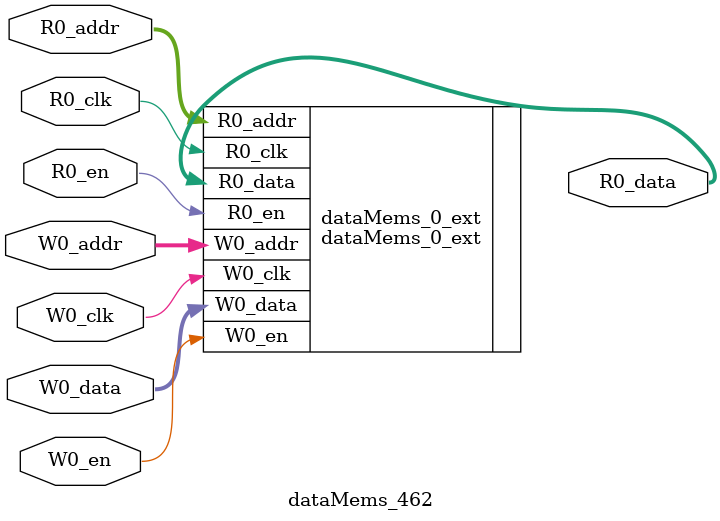
<source format=sv>
`ifndef RANDOMIZE
  `ifdef RANDOMIZE_REG_INIT
    `define RANDOMIZE
  `endif // RANDOMIZE_REG_INIT
`endif // not def RANDOMIZE
`ifndef RANDOMIZE
  `ifdef RANDOMIZE_MEM_INIT
    `define RANDOMIZE
  `endif // RANDOMIZE_MEM_INIT
`endif // not def RANDOMIZE

`ifndef RANDOM
  `define RANDOM $random
`endif // not def RANDOM

// Users can define 'PRINTF_COND' to add an extra gate to prints.
`ifndef PRINTF_COND_
  `ifdef PRINTF_COND
    `define PRINTF_COND_ (`PRINTF_COND)
  `else  // PRINTF_COND
    `define PRINTF_COND_ 1
  `endif // PRINTF_COND
`endif // not def PRINTF_COND_

// Users can define 'ASSERT_VERBOSE_COND' to add an extra gate to assert error printing.
`ifndef ASSERT_VERBOSE_COND_
  `ifdef ASSERT_VERBOSE_COND
    `define ASSERT_VERBOSE_COND_ (`ASSERT_VERBOSE_COND)
  `else  // ASSERT_VERBOSE_COND
    `define ASSERT_VERBOSE_COND_ 1
  `endif // ASSERT_VERBOSE_COND
`endif // not def ASSERT_VERBOSE_COND_

// Users can define 'STOP_COND' to add an extra gate to stop conditions.
`ifndef STOP_COND_
  `ifdef STOP_COND
    `define STOP_COND_ (`STOP_COND)
  `else  // STOP_COND
    `define STOP_COND_ 1
  `endif // STOP_COND
`endif // not def STOP_COND_

// Users can define INIT_RANDOM as general code that gets injected into the
// initializer block for modules with registers.
`ifndef INIT_RANDOM
  `define INIT_RANDOM
`endif // not def INIT_RANDOM

// If using random initialization, you can also define RANDOMIZE_DELAY to
// customize the delay used, otherwise 0.002 is used.
`ifndef RANDOMIZE_DELAY
  `define RANDOMIZE_DELAY 0.002
`endif // not def RANDOMIZE_DELAY

// Define INIT_RANDOM_PROLOG_ for use in our modules below.
`ifndef INIT_RANDOM_PROLOG_
  `ifdef RANDOMIZE
    `ifdef VERILATOR
      `define INIT_RANDOM_PROLOG_ `INIT_RANDOM
    `else  // VERILATOR
      `define INIT_RANDOM_PROLOG_ `INIT_RANDOM #`RANDOMIZE_DELAY begin end
    `endif // VERILATOR
  `else  // RANDOMIZE
    `define INIT_RANDOM_PROLOG_
  `endif // RANDOMIZE
`endif // not def INIT_RANDOM_PROLOG_

// Include register initializers in init blocks unless synthesis is set
`ifndef SYNTHESIS
  `ifndef ENABLE_INITIAL_REG_
    `define ENABLE_INITIAL_REG_
  `endif // not def ENABLE_INITIAL_REG_
`endif // not def SYNTHESIS

// Include rmemory initializers in init blocks unless synthesis is set
`ifndef SYNTHESIS
  `ifndef ENABLE_INITIAL_MEM_
    `define ENABLE_INITIAL_MEM_
  `endif // not def ENABLE_INITIAL_MEM_
`endif // not def SYNTHESIS

module dataMems_462(	// @[generators/ara/src/main/scala/UnsafeAXI4ToTL.scala:365:62]
  input  [4:0]  R0_addr,
  input         R0_en,
  input         R0_clk,
  output [66:0] R0_data,
  input  [4:0]  W0_addr,
  input         W0_en,
  input         W0_clk,
  input  [66:0] W0_data
);

  dataMems_0_ext dataMems_0_ext (	// @[generators/ara/src/main/scala/UnsafeAXI4ToTL.scala:365:62]
    .R0_addr (R0_addr),
    .R0_en   (R0_en),
    .R0_clk  (R0_clk),
    .R0_data (R0_data),
    .W0_addr (W0_addr),
    .W0_en   (W0_en),
    .W0_clk  (W0_clk),
    .W0_data (W0_data)
  );
endmodule


</source>
